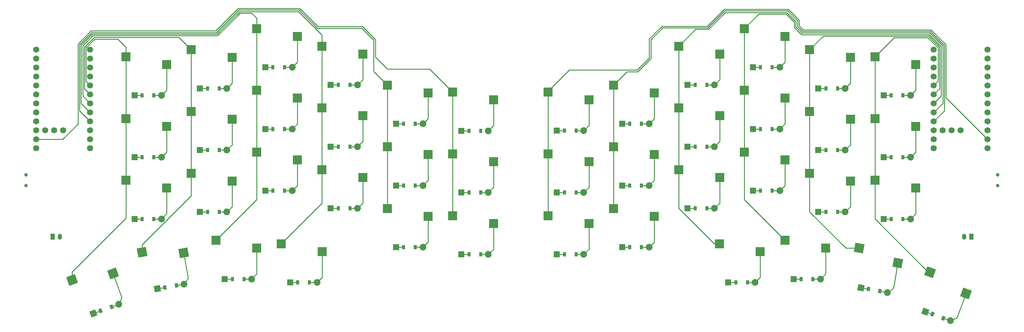
<source format=gbr>
%TF.GenerationSoftware,KiCad,Pcbnew,8.0.4*%
%TF.CreationDate,2024-08-22T13:40:17+01:00*%
%TF.ProjectId,TEST combine v2 left and right,54455354-2063-46f6-9d62-696e65207632,rev?*%
%TF.SameCoordinates,Original*%
%TF.FileFunction,Copper,L2,Bot*%
%TF.FilePolarity,Positive*%
%FSLAX46Y46*%
G04 Gerber Fmt 4.6, Leading zero omitted, Abs format (unit mm)*
G04 Created by KiCad (PCBNEW 8.0.4) date 2024-08-22 13:40:17*
%MOMM*%
%LPD*%
G01*
G04 APERTURE LIST*
G04 Aperture macros list*
%AMRotRect*
0 Rectangle, with rotation*
0 The origin of the aperture is its center*
0 $1 length*
0 $2 width*
0 $3 Rotation angle, in degrees counterclockwise*
0 Add horizontal line*
21,1,$1,$2,0,0,$3*%
G04 Aperture macros list end*
%TA.AperFunction,WasherPad*%
%ADD10C,1.000000*%
%TD*%
%TA.AperFunction,ComponentPad*%
%ADD11R,1.778000X1.778000*%
%TD*%
%TA.AperFunction,SMDPad,CuDef*%
%ADD12R,0.900000X1.200000*%
%TD*%
%TA.AperFunction,ComponentPad*%
%ADD13C,1.905000*%
%TD*%
%TA.AperFunction,SMDPad,CuDef*%
%ADD14R,2.600000X2.600000*%
%TD*%
%TA.AperFunction,ComponentPad*%
%ADD15RotRect,1.778000X1.778000X350.000000*%
%TD*%
%TA.AperFunction,SMDPad,CuDef*%
%ADD16RotRect,0.900000X1.200000X350.000000*%
%TD*%
%TA.AperFunction,ComponentPad*%
%ADD17RotRect,1.778000X1.778000X340.000000*%
%TD*%
%TA.AperFunction,SMDPad,CuDef*%
%ADD18RotRect,0.900000X1.200000X340.000000*%
%TD*%
%TA.AperFunction,ComponentPad*%
%ADD19R,1.200000X1.700000*%
%TD*%
%TA.AperFunction,ComponentPad*%
%ADD20O,1.200000X1.700000*%
%TD*%
%TA.AperFunction,SMDPad,CuDef*%
%ADD21RotRect,2.600000X2.600000X340.000000*%
%TD*%
%TA.AperFunction,SMDPad,CuDef*%
%ADD22RotRect,2.600000X2.600000X350.000000*%
%TD*%
%TA.AperFunction,ComponentPad*%
%ADD23C,1.752600*%
%TD*%
%TA.AperFunction,SMDPad,CuDef*%
%ADD24RotRect,2.600000X2.600000X10.000000*%
%TD*%
%TA.AperFunction,ComponentPad*%
%ADD25RotRect,1.778000X1.778000X10.000000*%
%TD*%
%TA.AperFunction,SMDPad,CuDef*%
%ADD26RotRect,0.900000X1.200000X10.000000*%
%TD*%
%TA.AperFunction,ComponentPad*%
%ADD27RotRect,1.778000X1.778000X20.000000*%
%TD*%
%TA.AperFunction,SMDPad,CuDef*%
%ADD28RotRect,0.900000X1.200000X20.000000*%
%TD*%
%TA.AperFunction,SMDPad,CuDef*%
%ADD29RotRect,2.600000X2.600000X20.000000*%
%TD*%
%TA.AperFunction,Conductor*%
%ADD30C,0.250000*%
%TD*%
G04 APERTURE END LIST*
D10*
%TO.P,T1,*%
%TO.N,*%
X294400004Y-87199998D03*
X294400004Y-90199998D03*
%TD*%
D11*
%TO.P,D18,1*%
%TO.N,P111*%
X262090005Y-64700001D03*
D12*
X264250005Y-64699999D03*
%TO.P,D18,2*%
%TO.N,sixth_top*%
X267550005Y-64700003D03*
D13*
X269710005Y-64700001D03*
%TD*%
D11*
%TO.P,D12,1*%
%TO.N,P111*%
X225090001Y-56699999D03*
D12*
X227250001Y-56699997D03*
%TO.P,D12,2*%
%TO.N,fourth_top*%
X230550001Y-56700001D03*
D13*
X232710001Y-56699999D03*
%TD*%
D14*
%TO.P,S12,1*%
%TO.N,P002*%
X222625002Y-45749998D03*
%TO.P,S12,2*%
%TO.N,fourth_top*%
X234175002Y-47949998D03*
%TD*%
D11*
%TO.P,D17,1*%
%TO.N,P010*%
X262090005Y-82199999D03*
D12*
X264250005Y-82199997D03*
%TO.P,D17,2*%
%TO.N,sixth_home*%
X267550005Y-82200001D03*
D13*
X269710005Y-82199999D03*
%TD*%
D14*
%TO.P,S7,1*%
%TO.N,P115*%
X204125004Y-85750001D03*
%TO.P,S7,2*%
%TO.N,third_bottom*%
X215675004Y-87950001D03*
%TD*%
D11*
%TO.P,D6,1*%
%TO.N,P111*%
X188090002Y-72699999D03*
D12*
X190250002Y-72699997D03*
%TO.P,D6,2*%
%TO.N,second_top*%
X193550002Y-72700001D03*
D13*
X195710002Y-72699999D03*
%TD*%
D11*
%TO.P,D13,1*%
%TO.N,P009*%
X243590002Y-97699999D03*
D12*
X245750002Y-97699997D03*
%TO.P,D13,2*%
%TO.N,fifth_bottom*%
X249050002Y-97700001D03*
D13*
X251210002Y-97699999D03*
%TD*%
D11*
%TO.P,D8,1*%
%TO.N,P010*%
X206590002Y-79199998D03*
D12*
X208750002Y-79199996D03*
%TO.P,D8,2*%
%TO.N,third_home*%
X212050002Y-79200000D03*
D13*
X214210002Y-79199998D03*
%TD*%
D14*
%TO.P,S14,1*%
%TO.N,P029*%
X241125000Y-69250001D03*
%TO.P,S14,2*%
%TO.N,fifth_home*%
X252675000Y-71450001D03*
%TD*%
%TO.P,S1,1*%
%TO.N,P104*%
X167125006Y-98749999D03*
%TO.P,S1,2*%
%TO.N,first_bottom*%
X178675006Y-100949999D03*
%TD*%
%TO.P,S15,1*%
%TO.N,P029*%
X241125007Y-51750002D03*
%TO.P,S15,2*%
%TO.N,fifth_top*%
X252675007Y-53950002D03*
%TD*%
%TO.P,S16,1*%
%TO.N,P031*%
X259625003Y-88749998D03*
%TO.P,S16,2*%
%TO.N,sixth_bottom*%
X271175003Y-90949998D03*
%TD*%
%TO.P,S10,1*%
%TO.N,P002*%
X222625001Y-80749999D03*
%TO.P,S10,2*%
%TO.N,fourth_bottom*%
X234175001Y-82949999D03*
%TD*%
D11*
%TO.P,D2,1*%
%TO.N,P010*%
X169590001Y-92199998D03*
D12*
X171750001Y-92199996D03*
%TO.P,D2,2*%
%TO.N,first_home*%
X175050001Y-92200000D03*
D13*
X177210001Y-92199998D03*
%TD*%
D11*
%TO.P,D7,1*%
%TO.N,P009*%
X206590005Y-96700000D03*
D12*
X208750005Y-96699998D03*
%TO.P,D7,2*%
%TO.N,third_bottom*%
X212050005Y-96700002D03*
D13*
X214210005Y-96700000D03*
%TD*%
D11*
%TO.P,D11,1*%
%TO.N,P010*%
X225090007Y-74199999D03*
D12*
X227250007Y-74199997D03*
%TO.P,D11,2*%
%TO.N,fourth_home*%
X230550007Y-74200001D03*
D13*
X232710007Y-74199999D03*
%TD*%
D15*
%TO.P,D21,1*%
%TO.N,P106*%
X255660173Y-119182945D03*
D16*
X257787360Y-119558027D03*
%TO.P,D21,2*%
%TO.N,third_only*%
X261037226Y-120131063D03*
D13*
X263164413Y-120506145D03*
%TD*%
D17*
%TO.P,D22,1*%
%TO.N,P106*%
X273835814Y-125924482D03*
D18*
X275865550Y-126663247D03*
%TO.P,D22,2*%
%TO.N,fourth_only*%
X278966536Y-127791911D03*
D13*
X280996272Y-128530676D03*
%TD*%
D14*
%TO.P,S3,1*%
%TO.N,P104*%
X167125004Y-63750000D03*
%TO.P,S3,2*%
%TO.N,first_top*%
X178675004Y-65950000D03*
%TD*%
D11*
%TO.P,D10,1*%
%TO.N,P009*%
X225089999Y-91700002D03*
D12*
X227249999Y-91700000D03*
%TO.P,D10,2*%
%TO.N,fourth_bottom*%
X230549999Y-91700004D03*
D13*
X232709999Y-91700002D03*
%TD*%
D14*
%TO.P,S19,1*%
%TO.N,P115*%
X215625006Y-106749999D03*
%TO.P,S19,2*%
%TO.N,first_only*%
X227175006Y-108949999D03*
%TD*%
%TO.P,S13,1*%
%TO.N,P029*%
X241125004Y-86750000D03*
%TO.P,S13,2*%
%TO.N,fifth_bottom*%
X252675004Y-88950000D03*
%TD*%
D11*
%TO.P,D3,1*%
%TO.N,P111*%
X169590004Y-74699998D03*
D12*
X171750004Y-74699996D03*
%TO.P,D3,2*%
%TO.N,first_top*%
X175050004Y-74700000D03*
D13*
X177210004Y-74699998D03*
%TD*%
D11*
%TO.P,D19,1*%
%TO.N,P106*%
X218090006Y-117699999D03*
D12*
X220250006Y-117699997D03*
%TO.P,D19,2*%
%TO.N,first_only*%
X223550006Y-117700001D03*
D13*
X225710006Y-117699999D03*
%TD*%
D11*
%TO.P,D9,1*%
%TO.N,P111*%
X206590007Y-61699999D03*
D12*
X208750007Y-61699997D03*
%TO.P,D9,2*%
%TO.N,third_top*%
X212050007Y-61700001D03*
D13*
X214210007Y-61699999D03*
%TD*%
D14*
%TO.P,S8,1*%
%TO.N,P115*%
X204125003Y-68250001D03*
%TO.P,S8,2*%
%TO.N,third_home*%
X215675003Y-70450001D03*
%TD*%
%TO.P,S2,1*%
%TO.N,P104*%
X167125002Y-81249999D03*
%TO.P,S2,2*%
%TO.N,first_home*%
X178675002Y-83449999D03*
%TD*%
%TO.P,S20,1*%
%TO.N,P002*%
X234125005Y-105749999D03*
%TO.P,S20,2*%
%TO.N,second_only*%
X245675005Y-107949999D03*
%TD*%
D19*
%TO.P,JST1,1*%
%TO.N,pos*%
X286900005Y-104699999D03*
D20*
%TO.P,JST1,2*%
%TO.N,GND*%
X284900005Y-104699999D03*
%TD*%
D11*
%TO.P,D1,1*%
%TO.N,P009*%
X169590004Y-109699999D03*
D12*
X171750004Y-109699997D03*
%TO.P,D1,2*%
%TO.N,first_bottom*%
X175050004Y-109700001D03*
D13*
X177210004Y-109699999D03*
%TD*%
D14*
%TO.P,S6,1*%
%TO.N,P113*%
X185625005Y-61750001D03*
%TO.P,S6,2*%
%TO.N,second_top*%
X197175005Y-63950001D03*
%TD*%
D11*
%TO.P,D14,1*%
%TO.N,P010*%
X243590007Y-80199997D03*
D12*
X245750007Y-80199995D03*
%TO.P,D14,2*%
%TO.N,fifth_home*%
X249050007Y-80199999D03*
D13*
X251210007Y-80199997D03*
%TD*%
D21*
%TO.P,S22,1*%
%TO.N,P031*%
X275264591Y-114791769D03*
%TO.P,S22,2*%
%TO.N,fourth_only*%
X285365596Y-120809425D03*
%TD*%
D14*
%TO.P,S17,1*%
%TO.N,P031*%
X259625005Y-71249999D03*
%TO.P,S17,2*%
%TO.N,sixth_home*%
X271175005Y-73449999D03*
%TD*%
%TO.P,S9,1*%
%TO.N,P115*%
X204125000Y-50750000D03*
%TO.P,S9,2*%
%TO.N,third_top*%
X215675000Y-52950000D03*
%TD*%
D11*
%TO.P,D16,1*%
%TO.N,P009*%
X262090006Y-99700001D03*
D12*
X264250006Y-99699999D03*
%TO.P,D16,2*%
%TO.N,sixth_bottom*%
X267550006Y-99700003D03*
D13*
X269710006Y-99700001D03*
%TD*%
D11*
%TO.P,D15,1*%
%TO.N,P111*%
X243590004Y-62699997D03*
D12*
X245750004Y-62699995D03*
%TO.P,D15,2*%
%TO.N,fifth_top*%
X249050004Y-62699999D03*
D13*
X251210004Y-62699997D03*
%TD*%
D22*
%TO.P,S21,1*%
%TO.N,P029*%
X255134069Y-107971261D03*
%TO.P,S21,2*%
%TO.N,third_only*%
X266126573Y-112143475D03*
%TD*%
D14*
%TO.P,S11,1*%
%TO.N,P002*%
X222625006Y-63249997D03*
%TO.P,S11,2*%
%TO.N,fourth_home*%
X234175006Y-65449997D03*
%TD*%
%TO.P,S18,1*%
%TO.N,P031*%
X259625003Y-53750000D03*
%TO.P,S18,2*%
%TO.N,sixth_top*%
X271175003Y-55950000D03*
%TD*%
D23*
%TO.P,MCU1,1*%
%TO.N,P006*%
X291520000Y-51730004D03*
%TO.P,MCU1,2*%
%TO.N,P008*%
X291520000Y-54270001D03*
%TO.P,MCU1,3*%
%TO.N,GND*%
X291520000Y-56810001D03*
%TO.P,MCU1,4*%
X291520000Y-59350001D03*
%TO.P,MCU1,5*%
%TO.N,P017*%
X291520000Y-61890001D03*
%TO.P,MCU1,6*%
%TO.N,P020*%
X291520000Y-64430001D03*
%TO.P,MCU1,7*%
%TO.N,P022*%
X291520000Y-66970001D03*
%TO.P,MCU1,8*%
%TO.N,P024*%
X291520000Y-69510001D03*
%TO.P,MCU1,9*%
%TO.N,P100*%
X291519996Y-72050001D03*
%TO.P,MCU1,10*%
%TO.N,P011*%
X291520000Y-74590001D03*
%TO.P,MCU1,11*%
%TO.N,P104*%
X291520000Y-77130001D03*
%TO.P,MCU1,12*%
%TO.N,P106*%
X291520000Y-79670001D03*
%TO.P,MCU1,13*%
%TO.N,P009*%
X276280000Y-79669998D03*
%TO.P,MCU1,14*%
%TO.N,P010*%
X276280000Y-77130001D03*
%TO.P,MCU1,15*%
%TO.N,P111*%
X276280000Y-74590001D03*
%TO.P,MCU1,16*%
%TO.N,P113*%
X276280000Y-72050001D03*
%TO.P,MCU1,17*%
%TO.N,P115*%
X276280000Y-69510001D03*
%TO.P,MCU1,18*%
%TO.N,P002*%
X276280000Y-66970001D03*
%TO.P,MCU1,19*%
%TO.N,P029*%
X276280000Y-64430001D03*
%TO.P,MCU1,20*%
%TO.N,P031*%
X276280000Y-61890001D03*
%TO.P,MCU1,21*%
%TO.N,VCC*%
X276280004Y-59350001D03*
%TO.P,MCU1,22*%
%TO.N,RST*%
X276280000Y-56810001D03*
%TO.P,MCU1,23*%
%TO.N,GND*%
X276280000Y-54270001D03*
%TO.P,MCU1,24*%
%TO.N,RAW*%
X276280000Y-51730001D03*
%TO.P,MCU1,31*%
%TO.N,P101*%
X278820002Y-74590000D03*
%TO.P,MCU1,32*%
%TO.N,P102*%
X281360000Y-74590001D03*
%TO.P,MCU1,33*%
%TO.N,P107*%
X283900000Y-74590001D03*
%TD*%
D11*
%TO.P,D4,1*%
%TO.N,P009*%
X188089998Y-107700000D03*
D12*
X190249998Y-107699998D03*
%TO.P,D4,2*%
%TO.N,second_bottom*%
X193549998Y-107700002D03*
D13*
X195709998Y-107700000D03*
%TD*%
D11*
%TO.P,D20,1*%
%TO.N,P106*%
X236590004Y-116700001D03*
D12*
X238750004Y-116699999D03*
%TO.P,D20,2*%
%TO.N,second_only*%
X242050004Y-116700003D03*
D13*
X244210004Y-116700001D03*
%TD*%
D14*
%TO.P,S4,1*%
%TO.N,P113*%
X185625005Y-96750002D03*
%TO.P,S4,2*%
%TO.N,second_bottom*%
X197175005Y-98950002D03*
%TD*%
D11*
%TO.P,D5,1*%
%TO.N,P010*%
X188090008Y-90200002D03*
D12*
X190250008Y-90200000D03*
%TO.P,D5,2*%
%TO.N,second_home*%
X193550008Y-90200004D03*
D13*
X195710008Y-90200002D03*
%TD*%
D14*
%TO.P,S5,1*%
%TO.N,P113*%
X185625004Y-79250000D03*
%TO.P,S5,2*%
%TO.N,second_home*%
X197175004Y-81450000D03*
%TD*%
D10*
%TO.P,T1,*%
%TO.N,*%
X19401796Y-90201793D03*
X19401796Y-87201793D03*
%TD*%
D14*
%TO.P,S19,1*%
%TO.N,P115*%
X91626796Y-106751793D03*
%TO.P,S19,2*%
%TO.N,mirror_first_only*%
X103176796Y-108951793D03*
%TD*%
D11*
%TO.P,D7,1*%
%TO.N,P009*%
X105591795Y-96701795D03*
D12*
X107751795Y-96701796D03*
%TO.P,D7,2*%
%TO.N,mirror_third_bottom*%
X111051795Y-96701794D03*
D13*
X113211795Y-96701795D03*
%TD*%
D14*
%TO.P,S15,1*%
%TO.N,P029*%
X66126795Y-51751794D03*
%TO.P,S15,2*%
%TO.N,mirror_fifth_top*%
X77676795Y-53951794D03*
%TD*%
D11*
%TO.P,D3,1*%
%TO.N,P111*%
X142591795Y-74701795D03*
D12*
X144751795Y-74701796D03*
%TO.P,D3,2*%
%TO.N,mirror_first_top*%
X148051795Y-74701794D03*
D13*
X150211795Y-74701795D03*
%TD*%
D11*
%TO.P,D12,1*%
%TO.N,P111*%
X87091797Y-56701795D03*
D12*
X89251797Y-56701796D03*
%TO.P,D12,2*%
%TO.N,mirror_fourth_top*%
X92551797Y-56701794D03*
D13*
X94711797Y-56701795D03*
%TD*%
D24*
%TO.P,S21,1*%
%TO.N,P029*%
X52217241Y-109110450D03*
%TO.P,S21,2*%
%TO.N,mirror_third_only*%
X63973796Y-109271390D03*
%TD*%
D11*
%TO.P,D18,1*%
%TO.N,P111*%
X50091796Y-64701795D03*
D12*
X52251796Y-64701796D03*
%TO.P,D18,2*%
%TO.N,mirror_sixth_top*%
X55551796Y-64701794D03*
D13*
X57711796Y-64701795D03*
%TD*%
D14*
%TO.P,S2,1*%
%TO.N,P104*%
X140126796Y-81251795D03*
%TO.P,S2,2*%
%TO.N,mirror_first_home*%
X151676796Y-83451795D03*
%TD*%
%TO.P,S6,1*%
%TO.N,P113*%
X121626796Y-61751794D03*
%TO.P,S6,2*%
%TO.N,mirror_second_top*%
X133176796Y-63951794D03*
%TD*%
D11*
%TO.P,D2,1*%
%TO.N,P010*%
X142591797Y-92201794D03*
D12*
X144751797Y-92201795D03*
%TO.P,D2,2*%
%TO.N,mirror_first_home*%
X148051797Y-92201793D03*
D13*
X150211797Y-92201794D03*
%TD*%
D11*
%TO.P,D17,1*%
%TO.N,P010*%
X50091797Y-82201793D03*
D12*
X52251797Y-82201794D03*
%TO.P,D17,2*%
%TO.N,mirror_sixth_home*%
X55551797Y-82201792D03*
D13*
X57711797Y-82201793D03*
%TD*%
D14*
%TO.P,S8,1*%
%TO.N,P115*%
X103126796Y-68251794D03*
%TO.P,S8,2*%
%TO.N,mirror_third_home*%
X114676796Y-70451794D03*
%TD*%
D11*
%TO.P,D15,1*%
%TO.N,P111*%
X68591796Y-62701795D03*
D12*
X70751796Y-62701796D03*
%TO.P,D15,2*%
%TO.N,mirror_fifth_top*%
X74051796Y-62701794D03*
D13*
X76211796Y-62701795D03*
%TD*%
D11*
%TO.P,D9,1*%
%TO.N,P111*%
X105591796Y-61701795D03*
D12*
X107751796Y-61701796D03*
%TO.P,D9,2*%
%TO.N,mirror_third_top*%
X111051796Y-61701794D03*
D13*
X113211796Y-61701795D03*
%TD*%
D11*
%TO.P,D16,1*%
%TO.N,P009*%
X50091796Y-99701796D03*
D12*
X52251796Y-99701797D03*
%TO.P,D16,2*%
%TO.N,mirror_sixth_bottom*%
X55551796Y-99701795D03*
D13*
X57711796Y-99701796D03*
%TD*%
D14*
%TO.P,S1,1*%
%TO.N,P104*%
X140126797Y-98751794D03*
%TO.P,S1,2*%
%TO.N,mirror_first_bottom*%
X151676797Y-100951794D03*
%TD*%
%TO.P,S16,1*%
%TO.N,P031*%
X47626796Y-88751795D03*
%TO.P,S16,2*%
%TO.N,mirror_sixth_bottom*%
X59176796Y-90951795D03*
%TD*%
%TO.P,S14,1*%
%TO.N,P029*%
X66126796Y-69251795D03*
%TO.P,S14,2*%
%TO.N,mirror_fifth_home*%
X77676796Y-71451795D03*
%TD*%
%TO.P,S11,1*%
%TO.N,P002*%
X84626796Y-63251794D03*
%TO.P,S11,2*%
%TO.N,mirror_fourth_home*%
X96176796Y-65451794D03*
%TD*%
%TO.P,S10,1*%
%TO.N,P002*%
X84626797Y-80751795D03*
%TO.P,S10,2*%
%TO.N,mirror_fourth_bottom*%
X96176797Y-82951795D03*
%TD*%
D11*
%TO.P,D1,1*%
%TO.N,P009*%
X142591796Y-109701796D03*
D12*
X144751796Y-109701797D03*
%TO.P,D1,2*%
%TO.N,mirror_first_bottom*%
X148051796Y-109701795D03*
D13*
X150211796Y-109701796D03*
%TD*%
D14*
%TO.P,S7,1*%
%TO.N,P115*%
X103126797Y-85751794D03*
%TO.P,S7,2*%
%TO.N,mirror_third_bottom*%
X114676797Y-87951794D03*
%TD*%
%TO.P,S13,1*%
%TO.N,P029*%
X66126796Y-86751794D03*
%TO.P,S13,2*%
%TO.N,mirror_fifth_bottom*%
X77676796Y-88951794D03*
%TD*%
%TO.P,S9,1*%
%TO.N,P115*%
X103126797Y-50751794D03*
%TO.P,S9,2*%
%TO.N,mirror_third_top*%
X114676797Y-52951794D03*
%TD*%
%TO.P,S17,1*%
%TO.N,P031*%
X47626796Y-71251795D03*
%TO.P,S17,2*%
%TO.N,mirror_sixth_home*%
X59176796Y-73451795D03*
%TD*%
%TO.P,S18,1*%
%TO.N,P031*%
X47626796Y-53751794D03*
%TO.P,S18,2*%
%TO.N,mirror_sixth_top*%
X59176796Y-55951794D03*
%TD*%
D11*
%TO.P,D4,1*%
%TO.N,P009*%
X124091796Y-107701795D03*
D12*
X126251796Y-107701796D03*
%TO.P,D4,2*%
%TO.N,mirror_second_bottom*%
X129551796Y-107701794D03*
D13*
X131711796Y-107701795D03*
%TD*%
D14*
%TO.P,S3,1*%
%TO.N,P104*%
X140126795Y-63751794D03*
%TO.P,S3,2*%
%TO.N,mirror_first_top*%
X151676795Y-65951794D03*
%TD*%
D25*
%TO.P,D21,1*%
%TO.N,P106*%
X56546238Y-119466053D03*
D26*
X58673424Y-119090971D03*
%TO.P,D21,2*%
%TO.N,mirror_third_only*%
X61923290Y-118517935D03*
D13*
X64050476Y-118142853D03*
%TD*%
D11*
%TO.P,D5,1*%
%TO.N,P010*%
X124091794Y-90201795D03*
D12*
X126251794Y-90201796D03*
%TO.P,D5,2*%
%TO.N,mirror_second_home*%
X129551794Y-90201794D03*
D13*
X131711794Y-90201795D03*
%TD*%
D11*
%TO.P,D13,1*%
%TO.N,P009*%
X68591797Y-97701796D03*
D12*
X70751797Y-97701797D03*
%TO.P,D13,2*%
%TO.N,mirror_fifth_bottom*%
X74051797Y-97701795D03*
D13*
X76211797Y-97701796D03*
%TD*%
D27*
%TO.P,D22,1*%
%TO.N,P106*%
X38443683Y-126480349D03*
D28*
X40473419Y-125741584D03*
%TO.P,D22,2*%
%TO.N,mirror_fourth_only*%
X43574405Y-124612920D03*
D13*
X45604141Y-123874155D03*
%TD*%
D14*
%TO.P,S5,1*%
%TO.N,P113*%
X121626796Y-79251794D03*
%TO.P,S5,2*%
%TO.N,mirror_second_home*%
X133176796Y-81451794D03*
%TD*%
D29*
%TO.P,S22,1*%
%TO.N,P031*%
X32382221Y-117033794D03*
%TO.P,S22,2*%
%TO.N,mirror_fourth_only*%
X43988115Y-115150785D03*
%TD*%
D11*
%TO.P,D6,1*%
%TO.N,P111*%
X124091797Y-72701795D03*
D12*
X126251797Y-72701796D03*
%TO.P,D6,2*%
%TO.N,mirror_second_top*%
X129551797Y-72701794D03*
D13*
X131711797Y-72701795D03*
%TD*%
D23*
%TO.P,MCU1,1*%
%TO.N,P006*%
X22281796Y-51731796D03*
%TO.P,MCU1,2*%
%TO.N,P008*%
X22281796Y-54271795D03*
%TO.P,MCU1,3*%
%TO.N,GND*%
X22281796Y-56811795D03*
%TO.P,MCU1,4*%
X22281796Y-59351795D03*
%TO.P,MCU1,5*%
%TO.N,P017*%
X22281796Y-61891795D03*
%TO.P,MCU1,6*%
%TO.N,P020*%
X22281796Y-64431795D03*
%TO.P,MCU1,7*%
%TO.N,P022*%
X22281796Y-66971795D03*
%TO.P,MCU1,8*%
%TO.N,P024*%
X22281796Y-69511795D03*
%TO.P,MCU1,9*%
%TO.N,P100*%
X22281797Y-72051795D03*
%TO.P,MCU1,10*%
%TO.N,P011*%
X22281796Y-74591795D03*
%TO.P,MCU1,11*%
%TO.N,P104*%
X22281796Y-77131795D03*
%TO.P,MCU1,12*%
%TO.N,P106*%
X22281796Y-79671795D03*
%TO.P,MCU1,13*%
%TO.N,P009*%
X37521796Y-79671794D03*
%TO.P,MCU1,14*%
%TO.N,P010*%
X37521796Y-77131795D03*
%TO.P,MCU1,15*%
%TO.N,P111*%
X37521796Y-74591795D03*
%TO.P,MCU1,16*%
%TO.N,P113*%
X37521796Y-72051795D03*
%TO.P,MCU1,17*%
%TO.N,P115*%
X37521796Y-69511795D03*
%TO.P,MCU1,18*%
%TO.N,P002*%
X37521796Y-66971795D03*
%TO.P,MCU1,19*%
%TO.N,P029*%
X37521796Y-64431795D03*
%TO.P,MCU1,20*%
%TO.N,P031*%
X37521796Y-61891795D03*
%TO.P,MCU1,21*%
%TO.N,VCC*%
X37521795Y-59351795D03*
%TO.P,MCU1,22*%
%TO.N,RST*%
X37521796Y-56811795D03*
%TO.P,MCU1,23*%
%TO.N,GND*%
X37521796Y-54271795D03*
%TO.P,MCU1,24*%
%TO.N,RAW*%
X37521796Y-51731795D03*
%TO.P,MCU1,31*%
%TO.N,P101*%
X24821796Y-74591795D03*
%TO.P,MCU1,32*%
%TO.N,P102*%
X27361796Y-74591795D03*
%TO.P,MCU1,33*%
%TO.N,P107*%
X29901796Y-74591795D03*
%TD*%
D11*
%TO.P,D20,1*%
%TO.N,P106*%
X75591796Y-116701794D03*
D12*
X77751796Y-116701795D03*
%TO.P,D20,2*%
%TO.N,mirror_second_only*%
X81051796Y-116701793D03*
D13*
X83211796Y-116701794D03*
%TD*%
D14*
%TO.P,S12,1*%
%TO.N,P002*%
X84626797Y-45751795D03*
%TO.P,S12,2*%
%TO.N,mirror_fourth_top*%
X96176797Y-47951795D03*
%TD*%
D11*
%TO.P,D14,1*%
%TO.N,P010*%
X68591795Y-80201794D03*
D12*
X70751795Y-80201795D03*
%TO.P,D14,2*%
%TO.N,mirror_fifth_home*%
X74051795Y-80201793D03*
D13*
X76211795Y-80201794D03*
%TD*%
D11*
%TO.P,D10,1*%
%TO.N,P009*%
X87091795Y-91701795D03*
D12*
X89251795Y-91701796D03*
%TO.P,D10,2*%
%TO.N,mirror_fourth_bottom*%
X92551795Y-91701794D03*
D13*
X94711795Y-91701795D03*
%TD*%
D14*
%TO.P,S4,1*%
%TO.N,P113*%
X121626794Y-96751796D03*
%TO.P,S4,2*%
%TO.N,mirror_second_bottom*%
X133176794Y-98951796D03*
%TD*%
D11*
%TO.P,D19,1*%
%TO.N,P106*%
X94091794Y-117701795D03*
D12*
X96251794Y-117701796D03*
%TO.P,D19,2*%
%TO.N,mirror_first_only*%
X99551794Y-117701794D03*
D13*
X101711794Y-117701795D03*
%TD*%
D11*
%TO.P,D8,1*%
%TO.N,P010*%
X105591797Y-79201794D03*
D12*
X107751797Y-79201795D03*
%TO.P,D8,2*%
%TO.N,mirror_third_home*%
X111051797Y-79201793D03*
D13*
X113211797Y-79201794D03*
%TD*%
D14*
%TO.P,S20,1*%
%TO.N,P002*%
X73126796Y-105751794D03*
%TO.P,S20,2*%
%TO.N,mirror_second_only*%
X84676796Y-107951794D03*
%TD*%
D11*
%TO.P,D11,1*%
%TO.N,P010*%
X87091796Y-74201794D03*
D12*
X89251796Y-74201795D03*
%TO.P,D11,2*%
%TO.N,mirror_fourth_home*%
X92551796Y-74201793D03*
D13*
X94711796Y-74201794D03*
%TD*%
D19*
%TO.P,JST1,1*%
%TO.N,pos*%
X26901796Y-104701794D03*
D20*
%TO.P,JST1,2*%
%TO.N,GND*%
X28901796Y-104701794D03*
%TD*%
D30*
%TO.N,P104*%
X167125004Y-63513535D02*
X173144244Y-57494295D01*
X238144244Y-44894295D02*
X239344244Y-46094295D01*
X199344244Y-45094295D02*
X212144244Y-45094295D01*
X167125002Y-81249998D02*
X167125006Y-82018481D01*
X167125005Y-82018483D02*
X167125006Y-98750000D01*
X167125003Y-63750002D02*
X167125002Y-81249998D01*
X192344244Y-57494295D02*
X195744244Y-54094295D01*
X216944244Y-40294295D02*
X235075321Y-40294295D01*
X195744244Y-48694295D02*
X199344244Y-45094295D01*
X212144244Y-45094295D02*
X216944244Y-40294295D01*
X195744244Y-54094295D02*
X195744244Y-48694295D01*
X238144244Y-43363218D02*
X238144244Y-44894295D01*
X235075321Y-40294295D02*
X238144244Y-43363218D01*
X275525169Y-46094295D02*
X279744244Y-50313370D01*
X167125006Y-82018481D02*
X167125005Y-82018483D01*
X279744244Y-50313370D02*
X279744244Y-65354245D01*
X239344244Y-46094295D02*
X275525169Y-46094295D01*
X167125004Y-63750000D02*
X167125004Y-63513535D01*
X173144244Y-57494295D02*
X192344244Y-57494295D01*
X279744244Y-65354245D02*
X291520000Y-77130001D01*
%TO.N,first_bottom*%
X178675003Y-108234996D02*
X177210002Y-109699999D01*
X175050005Y-109699999D02*
X177210003Y-109700001D01*
X177210003Y-109700001D02*
X177210002Y-109699999D01*
X178675005Y-100950000D02*
X178675003Y-108234996D01*
%TO.N,first_home*%
X175050001Y-92200000D02*
X177210005Y-92199998D01*
X177210005Y-92199998D02*
X177210003Y-92199996D01*
X178675005Y-90734996D02*
X177210003Y-92199996D01*
X178675005Y-83450000D02*
X178675005Y-90734996D01*
%TO.N,first_top*%
X178675007Y-73235000D02*
X177210003Y-74699997D01*
X177210004Y-74699999D02*
X177210003Y-74699997D01*
X178675002Y-65949999D02*
X178675007Y-73235000D01*
X175050004Y-74700000D02*
X177210004Y-74699999D01*
%TO.N,P113*%
X185625004Y-79249999D02*
X185625004Y-79249999D01*
X279281304Y-50486826D02*
X279281304Y-69048697D01*
X234888925Y-40744295D02*
X237691585Y-43546955D01*
X279281304Y-69048697D02*
X276280000Y-72050001D01*
X217130640Y-40744295D02*
X234888925Y-40744295D01*
X237691585Y-43546955D02*
X237691585Y-45078032D01*
X239157848Y-46544295D02*
X275338773Y-46544295D01*
X185625001Y-61750000D02*
X185625004Y-79249999D01*
X275338773Y-46544295D02*
X279281304Y-50486826D01*
X237691585Y-45078032D02*
X239157848Y-46544295D01*
X196194244Y-48880691D02*
X199530640Y-45544295D01*
X199530640Y-45544295D02*
X212330640Y-45544295D01*
X192530640Y-57944295D02*
X196194244Y-54280691D01*
X185625005Y-61750001D02*
X189430711Y-57944295D01*
X189430711Y-57944295D02*
X192530640Y-57944295D01*
X212330640Y-45544295D02*
X217130640Y-40744295D01*
X185625001Y-96750001D02*
X185625004Y-79249999D01*
X196194244Y-54280691D02*
X196194244Y-48880691D01*
%TO.N,second_bottom*%
X197175005Y-106234995D02*
X195710002Y-107699998D01*
X195710001Y-107699999D02*
X195710002Y-107699998D01*
X197175004Y-98950000D02*
X197175005Y-106234995D01*
X193550002Y-107699999D02*
X195710001Y-107699999D01*
%TO.N,second_home*%
X193550006Y-90199999D02*
X193550005Y-90199999D01*
X197175004Y-88734997D02*
X195710002Y-90199999D01*
X197175008Y-81450000D02*
X197175004Y-88734997D01*
X195710002Y-90199999D02*
X193550006Y-90199999D01*
%TO.N,second_top*%
X197175006Y-63950001D02*
X197175004Y-71234998D01*
X197175004Y-71234998D02*
X195710007Y-72699998D01*
X195710006Y-72699998D02*
X195710007Y-72699998D01*
X193550007Y-72700001D02*
X195710006Y-72699998D01*
%TO.N,P115*%
X204125005Y-85750001D02*
X204125005Y-96663001D01*
X204125004Y-68673933D02*
X204125005Y-85750001D01*
X204125002Y-68250001D02*
X204125002Y-68673930D01*
X278831304Y-66958697D02*
X276280000Y-69510001D01*
X212517036Y-45994295D02*
X217317036Y-41194295D01*
X278831304Y-50673222D02*
X278831304Y-66958697D01*
X204125001Y-50750000D02*
X204125000Y-68249998D01*
X204125002Y-68673930D02*
X204125004Y-68673933D01*
X217317036Y-41194295D02*
X234702529Y-41194295D01*
X214212002Y-106749999D02*
X215625006Y-106749999D01*
X237241585Y-43733351D02*
X237241585Y-45264428D01*
X204125000Y-50750000D02*
X208880705Y-45994295D01*
X237241585Y-45264428D02*
X238971452Y-46994295D01*
X204125005Y-96663001D02*
X214212002Y-106749999D01*
X204125000Y-68249998D02*
X204125002Y-68250001D01*
X234702529Y-41194295D02*
X237241585Y-43733351D01*
X208880705Y-45994295D02*
X212517036Y-45994295D01*
X238971452Y-46994295D02*
X275152377Y-46994295D01*
X275152377Y-46994295D02*
X278831304Y-50673222D01*
%TO.N,third_bottom*%
X212050003Y-96700000D02*
X214210004Y-96700002D01*
X215675006Y-95235001D02*
X214210007Y-96700003D01*
X214210004Y-96700002D02*
X214210007Y-96700003D01*
X215675002Y-87949999D02*
X215675006Y-95235001D01*
%TO.N,third_home*%
X214210003Y-79200000D02*
X214210003Y-79199999D01*
X215675003Y-70450001D02*
X215675003Y-77734998D01*
X215675003Y-77734998D02*
X214210003Y-79199999D01*
X212050006Y-79200000D02*
X214210003Y-79200000D01*
%TO.N,third_top*%
X215675002Y-52949999D02*
X215675003Y-60234997D01*
X214210004Y-61699999D02*
X214210004Y-61699997D01*
X212050001Y-61700000D02*
X214210004Y-61699999D01*
X215675003Y-60234997D02*
X214210004Y-61699997D01*
%TO.N,P002*%
X222625002Y-63249994D02*
X222625003Y-63249997D01*
X278381304Y-50859618D02*
X278381304Y-64868697D01*
X222625003Y-80749999D02*
X222625001Y-94249997D01*
X234516133Y-41644295D02*
X236791585Y-43919747D01*
X222625001Y-63796777D02*
X222625003Y-80749999D01*
X278381304Y-64868697D02*
X276280000Y-66970001D01*
X236791585Y-43919747D02*
X236791585Y-45450824D01*
X222625002Y-45749998D02*
X226730705Y-41644295D01*
X222625003Y-63249997D02*
X222625003Y-63796774D01*
X236791585Y-45450824D02*
X238785056Y-47444295D01*
X238785056Y-47444295D02*
X274965981Y-47444295D01*
X222625002Y-45749998D02*
X222625002Y-63249994D01*
X222625001Y-94249997D02*
X234125005Y-105749999D01*
X274965981Y-47444295D02*
X278381304Y-50859618D01*
X222625003Y-63796774D02*
X222625001Y-63796777D01*
X226730705Y-41644295D02*
X234516133Y-41644295D01*
%TO.N,fourth_bottom*%
X230550003Y-91700002D02*
X232709998Y-91700002D01*
X232709998Y-91700002D02*
X232710002Y-91700001D01*
X234175001Y-82950000D02*
X234175001Y-90235001D01*
X234175001Y-90235001D02*
X232710002Y-91700001D01*
%TO.N,fourth_home*%
X230550006Y-74200000D02*
X232710001Y-74199998D01*
X232710001Y-74199998D02*
X232710003Y-74199998D01*
X234175004Y-72735000D02*
X232710003Y-74199998D01*
X234175008Y-65449999D02*
X234175004Y-72735000D01*
%TO.N,fourth_top*%
X230550007Y-56700003D02*
X232710000Y-56700001D01*
X234174999Y-47949997D02*
X234175002Y-55235001D01*
X234175002Y-55235001D02*
X232710002Y-56700002D01*
X232710000Y-56700001D02*
X232710002Y-56700002D01*
%TO.N,P029*%
X241125000Y-69250001D02*
X241124999Y-86749996D01*
X277931304Y-51046014D02*
X277931304Y-62778697D01*
X251433266Y-107971259D02*
X255134067Y-107971260D01*
X244980714Y-47894295D02*
X274779585Y-47894295D01*
X241125002Y-86749999D02*
X241125003Y-97662998D01*
X241125007Y-51750001D02*
X241125006Y-69249994D01*
X241125003Y-97662998D02*
X251433266Y-107971259D01*
X241125007Y-51750002D02*
X244980714Y-47894295D01*
X277931304Y-62778697D02*
X276280000Y-64430001D01*
X241124999Y-86749996D02*
X241125002Y-86749999D01*
X241125006Y-69249994D02*
X241125000Y-69250001D01*
X274779585Y-47894295D02*
X277931304Y-51046014D01*
%TO.N,fifth_bottom*%
X251210003Y-97699999D02*
X251210001Y-97699998D01*
X249050004Y-97700000D02*
X251210003Y-97699999D01*
X252675002Y-96235000D02*
X251210001Y-97699998D01*
X252675002Y-88949998D02*
X252675002Y-96235000D01*
%TO.N,fifth_home*%
X252674998Y-78735002D02*
X251210004Y-80200000D01*
X249050000Y-80200000D02*
X251210005Y-80200000D01*
X251210005Y-80200000D02*
X251210004Y-80200000D01*
X252674999Y-71449999D02*
X252674998Y-78735002D01*
%TO.N,fifth_top*%
X249050005Y-62700000D02*
X251210001Y-62700000D01*
X251210001Y-62700000D02*
X251210003Y-62699999D01*
X252675006Y-53950002D02*
X252675006Y-61234995D01*
X252675006Y-61234995D02*
X251210003Y-62699999D01*
%TO.N,P031*%
X259625003Y-71249999D02*
X259625004Y-71250000D01*
X277481304Y-51232410D02*
X277481304Y-60688697D01*
X259625001Y-99662997D02*
X274753773Y-114791768D01*
X274753773Y-114791768D02*
X275264591Y-114791767D01*
X274593189Y-48344295D02*
X277481304Y-51232410D01*
X265030708Y-48344295D02*
X274593189Y-48344295D01*
X277481304Y-60688697D02*
X276280000Y-61890001D01*
X259625004Y-71250000D02*
X259625004Y-88749996D01*
X259625003Y-53750000D02*
X265030708Y-48344295D01*
X259625004Y-88749996D02*
X259625003Y-88749997D01*
X259625003Y-88749997D02*
X259625001Y-99662997D01*
X259625003Y-53750000D02*
X259625003Y-71249999D01*
%TO.N,sixth_bottom*%
X271175002Y-98235001D02*
X269710006Y-99699998D01*
X269710006Y-99699999D02*
X269710006Y-99699998D01*
X271175000Y-90950000D02*
X271175002Y-98235001D01*
X267550003Y-99700002D02*
X269710006Y-99699999D01*
%TO.N,sixth_home*%
X267550005Y-82200002D02*
X269710002Y-82200000D01*
X271175003Y-80735002D02*
X269710002Y-82199999D01*
X269710002Y-82200000D02*
X269710002Y-82199999D01*
X271175004Y-73449999D02*
X271175003Y-80735002D01*
%TO.N,sixth_top*%
X269710003Y-64700002D02*
X267550001Y-64700002D01*
X271175005Y-63235001D02*
X269710003Y-64700002D01*
X271175004Y-55949999D02*
X271175005Y-63235001D01*
X267550001Y-64700002D02*
X267550001Y-64700003D01*
%TO.N,first_only*%
X227175004Y-108950000D02*
X227175006Y-116235000D01*
X225710001Y-117700000D02*
X225710002Y-117699998D01*
X227175006Y-116235000D02*
X225710002Y-117699998D01*
X223550005Y-117700000D02*
X225710001Y-117700000D01*
%TO.N,second_only*%
X245675004Y-107950000D02*
X245675007Y-115235000D01*
X244210004Y-116700002D02*
X244210005Y-116700002D01*
X242050004Y-116700000D02*
X244210004Y-116700002D01*
X245675007Y-115235000D02*
X244210005Y-116700002D01*
%TO.N,third_only*%
X266126571Y-112143475D02*
X264861544Y-119317799D01*
X261037226Y-120131066D02*
X261037225Y-120131064D01*
X264861544Y-119317799D02*
X263164410Y-120506146D01*
X263164410Y-120506149D02*
X261037226Y-120131066D01*
%TO.N,fourth_only*%
X280996270Y-128530677D02*
X278966534Y-127791913D01*
X285365596Y-120809425D02*
X282873978Y-127655087D01*
X278966534Y-127791913D02*
X278966537Y-127791909D01*
X282873978Y-127655087D02*
X280996270Y-128530677D01*
%TO.N,P009*%
X225090004Y-91700001D02*
X227250003Y-91700000D01*
X245750002Y-97700000D02*
X245750005Y-97699998D01*
X171750002Y-109699999D02*
X171750003Y-109699999D01*
X227250003Y-91700000D02*
X227250006Y-91700000D01*
X188089999Y-107700000D02*
X190250003Y-107699997D01*
X190250003Y-107699997D02*
X190250003Y-107699996D01*
X243590007Y-97700000D02*
X245750002Y-97700000D01*
X169590008Y-109699999D02*
X171750002Y-109699999D01*
X264250006Y-99700000D02*
X264250007Y-99699999D01*
X262090003Y-99699999D02*
X264250006Y-99700000D01*
X206590002Y-96700000D02*
X208750002Y-96700001D01*
X208750002Y-96700001D02*
X208750004Y-96699998D01*
%TO.N,P010*%
X262090006Y-82200001D02*
X264250004Y-82199999D01*
X264250004Y-82199999D02*
X264250005Y-82199998D01*
X227250001Y-74199999D02*
X227250001Y-74199998D01*
X188090007Y-90199995D02*
X188090006Y-90199996D01*
X206590005Y-79199996D02*
X208750003Y-79199997D01*
X169590002Y-92199998D02*
X171750002Y-92199999D01*
X208750003Y-79199997D02*
X208750004Y-79199997D01*
X171750002Y-92199999D02*
X171750003Y-92199998D01*
X225090004Y-74200000D02*
X227250001Y-74199999D01*
X243590002Y-80200001D02*
X245750005Y-80199997D01*
X190250002Y-90199997D02*
X188090007Y-90199995D01*
X245750005Y-80199997D02*
X245750004Y-80199996D01*
%TO.N,P111*%
X190250003Y-72699999D02*
X190250004Y-72699998D01*
X225090001Y-56700000D02*
X227250004Y-56699999D01*
X245750002Y-62699997D02*
X245750001Y-62699997D01*
X188090001Y-72699998D02*
X190250003Y-72699999D01*
X264250005Y-64700000D02*
X262090003Y-64699999D01*
X171750003Y-74699999D02*
X171750004Y-74699997D01*
X206590005Y-61699996D02*
X208750004Y-61699999D01*
X169590004Y-74699998D02*
X171750003Y-74699999D01*
X208750004Y-61699999D02*
X208750005Y-61700000D01*
X243590003Y-62699998D02*
X245750002Y-62699997D01*
X262090003Y-64699999D02*
X262090002Y-64700001D01*
X227250004Y-56699999D02*
X227250003Y-56699998D01*
%TO.N,P106*%
X257787356Y-119558027D02*
X255660176Y-119182946D01*
X220250003Y-117700000D02*
X220250002Y-117699998D01*
X255660176Y-119182946D02*
X255660174Y-119182944D01*
X238750004Y-116700001D02*
X238750006Y-116700001D01*
X273835813Y-125924481D02*
X273835815Y-125924478D01*
X218090004Y-117699996D02*
X220250003Y-117700000D01*
X236590007Y-116700000D02*
X238750004Y-116700001D01*
X275865549Y-126663247D02*
X273835813Y-125924481D01*
%TO.N,P104*%
X121636618Y-57221186D02*
X118236618Y-53821186D01*
X29726009Y-77131795D02*
X22281796Y-77131795D01*
X96836618Y-40021186D02*
X79436618Y-40021186D01*
X79436618Y-40021186D02*
X73036618Y-46421186D01*
X133596187Y-57221186D02*
X121636618Y-57221186D01*
X140126795Y-81251794D02*
X140126796Y-81251795D01*
X140126796Y-98751793D02*
X140126797Y-98751794D01*
X118236618Y-53821186D02*
X118236618Y-48821186D01*
X140126795Y-63751794D02*
X133596187Y-57221186D01*
X140126795Y-63751794D02*
X140126795Y-81251794D01*
X34070496Y-72787308D02*
X29726009Y-77131795D01*
X118236618Y-48821186D02*
X114636618Y-45221186D01*
X114636618Y-45221186D02*
X102036618Y-45221186D01*
X73036618Y-46421186D02*
X37727430Y-46421186D01*
X37727430Y-46421186D02*
X34070496Y-50078120D01*
X102036618Y-45221186D02*
X96836618Y-40021186D01*
X140126796Y-81251795D02*
X140126796Y-98751793D01*
X34070496Y-50078120D02*
X34070496Y-72787308D01*
%TO.N,mirror_first_bottom*%
X151676796Y-100951795D02*
X151676796Y-108236795D01*
X148051797Y-109701794D02*
X150211797Y-109701796D01*
X151676796Y-108236795D02*
X150211797Y-109701796D01*
%TO.N,mirror_first_home*%
X150211797Y-92201794D02*
X148051796Y-92201794D01*
X151676796Y-90736796D02*
X150211797Y-92201794D01*
X151676796Y-83451796D02*
X151676796Y-90736796D01*
%TO.N,mirror_first_top*%
X151676795Y-73236795D02*
X150211796Y-74701795D01*
X151676795Y-65951795D02*
X151676795Y-73236795D01*
%TO.N,P113*%
X79623014Y-40471186D02*
X73223014Y-46871186D01*
X117786618Y-49007582D02*
X114450222Y-45671186D01*
X121626796Y-61751794D02*
X121626796Y-79251794D01*
X121626796Y-79611364D02*
X121626794Y-79611366D01*
X114450222Y-45671186D02*
X101850222Y-45671186D01*
X34520496Y-50264516D02*
X34520496Y-69050495D01*
X96650222Y-40471186D02*
X79623014Y-40471186D01*
X121626794Y-79611366D02*
X121626794Y-96751796D01*
X121626796Y-79251794D02*
X121626796Y-79611364D01*
X37913826Y-46871186D02*
X34520496Y-50264516D01*
X73223014Y-46871186D02*
X37913826Y-46871186D01*
X34520496Y-69050495D02*
X37521796Y-72051795D01*
X121626796Y-61751794D02*
X117786618Y-57911616D01*
X117786618Y-57911616D02*
X117786618Y-49007582D01*
X101850222Y-45671186D02*
X96650222Y-40471186D01*
%TO.N,mirror_second_bottom*%
X129551794Y-107701794D02*
X131711797Y-107701795D01*
X133176797Y-98951796D02*
X133176796Y-106236796D01*
X133176796Y-106236796D02*
X131711797Y-107701795D01*
%TO.N,mirror_second_home*%
X131711794Y-90201795D02*
X129551796Y-90201795D01*
X133176795Y-81451794D02*
X133176797Y-88736796D01*
X133176797Y-88736796D02*
X131711794Y-90201795D01*
%TO.N,mirror_second_top*%
X133176796Y-71236794D02*
X131711796Y-72701795D01*
X129551795Y-72701795D02*
X131711796Y-72701795D01*
X133176797Y-63951795D02*
X133176796Y-71236794D01*
%TO.N,P115*%
X103126797Y-68531009D02*
X103126797Y-85751794D01*
X103126797Y-47584157D02*
X96463826Y-40921186D01*
X103126797Y-85751794D02*
X103126797Y-95251792D01*
X34970496Y-50450912D02*
X34970496Y-66960495D01*
X103126797Y-50751794D02*
X103126797Y-47584157D01*
X73409410Y-47321186D02*
X38100222Y-47321186D01*
X103126796Y-68531008D02*
X103126797Y-68531009D01*
X103126797Y-50751794D02*
X103126797Y-68251793D01*
X103126797Y-68251793D02*
X103126796Y-68251794D01*
X79809410Y-40921186D02*
X73409410Y-47321186D01*
X96463826Y-40921186D02*
X79809410Y-40921186D01*
X103126797Y-95251792D02*
X91626796Y-106751793D01*
X103126796Y-68251794D02*
X103126796Y-68531008D01*
X34970496Y-66960495D02*
X37521796Y-69511795D01*
X38100222Y-47321186D02*
X34970496Y-50450912D01*
%TO.N,mirror_third_bottom*%
X114676796Y-87951795D02*
X114676796Y-95236794D01*
X111051795Y-96701793D02*
X113211796Y-96701796D01*
X114676796Y-95236794D02*
X113211796Y-96701796D01*
%TO.N,mirror_third_home*%
X114676796Y-77736796D02*
X113211795Y-79201795D01*
X113211795Y-79201795D02*
X111051796Y-79201794D01*
X114676795Y-70451795D02*
X114676796Y-77736796D01*
%TO.N,mirror_third_top*%
X114676797Y-52951794D02*
X114676796Y-60236794D01*
X111051795Y-61701794D02*
X113211797Y-61701795D01*
X114676796Y-60236794D02*
X113211797Y-61701795D01*
%TO.N,P002*%
X84626796Y-80751794D02*
X84626797Y-80751795D01*
X84626797Y-45751795D02*
X84626797Y-63251793D01*
X84626796Y-63251794D02*
X84626796Y-80751794D01*
X83236618Y-41371186D02*
X79995806Y-41371186D01*
X35420496Y-64870495D02*
X37521796Y-66971795D01*
X84626797Y-80751795D02*
X84626797Y-94251793D01*
X84626797Y-42761365D02*
X83236618Y-41371186D01*
X84626797Y-63251793D02*
X84626796Y-63251794D01*
X73595806Y-47771186D02*
X38286618Y-47771186D01*
X84626797Y-45751795D02*
X84626797Y-42761365D01*
X35420496Y-50637308D02*
X35420496Y-64870495D01*
X79995806Y-41371186D02*
X73595806Y-47771186D01*
X84626797Y-94251793D02*
X73126796Y-105751794D01*
X38286618Y-47771186D02*
X35420496Y-50637308D01*
%TO.N,mirror_fourth_bottom*%
X92551795Y-91701795D02*
X94711796Y-91701794D01*
X96176796Y-82951795D02*
X96176796Y-90236795D01*
X96176796Y-90236795D02*
X94711796Y-91701794D01*
%TO.N,mirror_fourth_home*%
X96176796Y-65451794D02*
X96176797Y-72736795D01*
X96176797Y-72736795D02*
X94711795Y-74201793D01*
X94711795Y-74201793D02*
X92551796Y-74201795D01*
%TO.N,mirror_fourth_top*%
X96176795Y-55236795D02*
X94711797Y-56701796D01*
X96176796Y-47951795D02*
X96176795Y-55236795D01*
X92551796Y-56701794D02*
X94711797Y-56701796D01*
%TO.N,P029*%
X38647114Y-48271186D02*
X35870496Y-51047804D01*
X66126795Y-51751794D02*
X66126795Y-69251794D01*
X35870496Y-51047804D02*
X35870496Y-62780495D01*
X35870496Y-62780495D02*
X37521796Y-64431795D01*
X66126795Y-51751794D02*
X62646187Y-48271186D01*
X66126796Y-93093454D02*
X52217241Y-107003009D01*
X66126796Y-86751794D02*
X66126796Y-93093454D01*
X66126795Y-69251794D02*
X66126796Y-69251795D01*
X66126796Y-69251795D02*
X66126796Y-86751794D01*
X62646187Y-48271186D02*
X38647114Y-48271186D01*
X52217241Y-107003009D02*
X52217241Y-109110450D01*
%TO.N,mirror_fifth_bottom*%
X74051796Y-97701794D02*
X76211796Y-97701796D01*
X77676796Y-88951793D02*
X77676797Y-96236794D01*
X77676797Y-96236794D02*
X76211796Y-97701796D01*
%TO.N,mirror_fifth_home*%
X77676797Y-71451795D02*
X77676796Y-78736796D01*
X76211797Y-80201795D02*
X74051796Y-80201795D01*
X77676796Y-78736796D02*
X76211797Y-80201795D01*
%TO.N,mirror_fifth_top*%
X74051797Y-62701794D02*
X76211796Y-62701794D01*
X77676795Y-53951794D02*
X77676795Y-61236793D01*
X77676795Y-61236793D02*
X76211796Y-62701794D01*
%TO.N,P031*%
X45336618Y-48721186D02*
X38833510Y-48721186D01*
X32382221Y-114675583D02*
X32382221Y-117033794D01*
X47626796Y-51011364D02*
X45336618Y-48721186D01*
X47626796Y-53751794D02*
X47626796Y-51011364D01*
X47626796Y-53751794D02*
X47626796Y-71251795D01*
X36320496Y-60690495D02*
X37521796Y-61891795D01*
X36320496Y-51234200D02*
X36320496Y-60690495D01*
X47626796Y-99431008D02*
X32382221Y-114675583D01*
X47626796Y-88751795D02*
X47626796Y-99431008D01*
X38833510Y-48721186D02*
X36320496Y-51234200D01*
X47626796Y-71251795D02*
X47626796Y-88751795D01*
%TO.N,mirror_sixth_bottom*%
X59176796Y-98236793D02*
X57711797Y-99701796D01*
X59176796Y-90951793D02*
X59176796Y-98236793D01*
X55551795Y-99701795D02*
X57711797Y-99701796D01*
%TO.N,mirror_sixth_home*%
X59176796Y-73451795D02*
X59176797Y-80736795D01*
X57711796Y-82201795D02*
X55551797Y-82201794D01*
X59176797Y-80736795D02*
X57711796Y-82201795D01*
%TO.N,mirror_sixth_top*%
X59176795Y-63236794D02*
X57711796Y-64701794D01*
X55551796Y-64701794D02*
X57711796Y-64701794D01*
X59176794Y-55951793D02*
X59176795Y-63236794D01*
%TO.N,mirror_first_only*%
X103176795Y-108951794D02*
X103176797Y-116236795D01*
X101711795Y-117701795D02*
X99551796Y-117701794D01*
X103176797Y-116236795D02*
X101711795Y-117701795D01*
%TO.N,mirror_second_only*%
X84676795Y-107951794D02*
X84676796Y-115236794D01*
X83211795Y-116701795D02*
X81051797Y-116701793D01*
X84676796Y-115236794D02*
X83211795Y-116701795D01*
%TO.N,mirror_third_only*%
X64050474Y-118142852D02*
X61923291Y-118517931D01*
X63973795Y-109271389D02*
X65238824Y-116445714D01*
X65238824Y-116445714D02*
X64050474Y-118142852D01*
X61923291Y-118517931D02*
X61923289Y-118517933D01*
%TO.N,mirror_fourth_only*%
X45604141Y-123874153D02*
X43574408Y-124612915D01*
X43988116Y-115150785D02*
X46479732Y-121996443D01*
X43574408Y-124612915D02*
X43574406Y-124612918D01*
X46479732Y-121996443D02*
X45604141Y-123874153D01*
%TO.N,P009*%
X142591795Y-109701795D02*
X144751796Y-109701796D01*
X87091796Y-91701794D02*
X89251796Y-91701794D01*
X124091795Y-107701793D02*
X126251796Y-107701796D01*
X50091796Y-99701796D02*
X52251797Y-99701795D01*
X105591796Y-96701795D02*
X107751796Y-96701795D01*
X68591797Y-97701796D02*
X70751796Y-97701795D01*
%TO.N,P010*%
X70751796Y-80201795D02*
X68591795Y-80201795D01*
X52251794Y-82201795D02*
X50091797Y-82201794D01*
X89251795Y-74201795D02*
X87091797Y-74201795D01*
X107751796Y-79201795D02*
X105591796Y-79201793D01*
X126251796Y-90201795D02*
X124091797Y-90201795D01*
X144751796Y-92201795D02*
X142591795Y-92201794D01*
%TO.N,P111*%
X142591795Y-74701794D02*
X144751795Y-74701795D01*
X105591795Y-61701796D02*
X107751797Y-61701794D01*
X50091795Y-64701795D02*
X52251795Y-64701793D01*
X87091795Y-56701795D02*
X89251797Y-56701795D01*
X124091796Y-72701793D02*
X126251796Y-72701795D01*
X68591796Y-62701795D02*
X70751794Y-62701794D01*
%TO.N,P106*%
X56546242Y-119466051D02*
X56546240Y-119466053D01*
X96251795Y-117701794D02*
X94091796Y-117701794D01*
X58673423Y-119090970D02*
X56546242Y-119466051D01*
X77751795Y-116701794D02*
X75591796Y-116701794D01*
X38443685Y-126480346D02*
X38443684Y-126480348D01*
X40473419Y-125741583D02*
X38443685Y-126480346D01*
%TD*%
M02*

</source>
